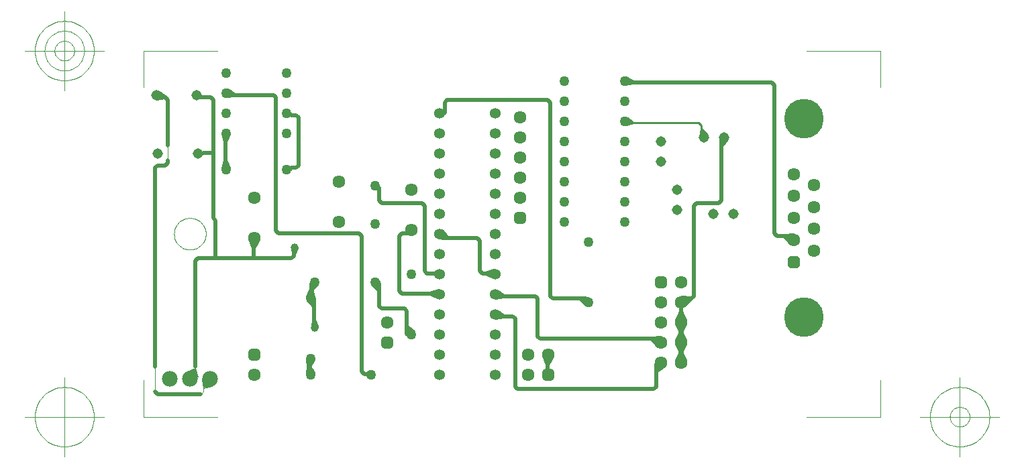
<source format=gbr>
G04 Generated by Ultiboard *
%FSLAX25Y25*%
%MOIN*%

%ADD27C,0.00984*%
%ADD28C,0.01969*%
%ADD10C,0.00004*%
%ADD12C,0.00394*%
%ADD13C,0.03937*%
%ADD18C,0.05166*%
%ADD14C,0.06334*%
%ADD15R,0.02083X0.02083*%
%ADD16C,0.03917*%
%ADD23C,0.07834*%
%ADD21C,0.05337*%
%ADD17C,0.05000*%
%ADD30R,0.02667X0.02667*%
%ADD29C,0.03333*%
%ADD31C,0.19666*%


%LNCopper Bottom*%
%LPD*%
%FSLAX25Y25*%
%MOIN*%
G54D27*
X508750Y371250D02*
X473750Y371250D01*
X473750Y371250D02*
X473000Y372000D01*
X473000Y372000D02*
X472000Y372000D01*
X476437Y371250D02*
X472584Y370079D01*
X472584Y370079D02*
X473183Y373622D01*
X473183Y373622D02*
X476437Y371250D01*
G36*
X476437Y371250D02*
X472584Y370079D01*
X473183Y373622D01*
X476437Y371250D01*
G37*
X476437Y371250D02*
X472584Y370079D01*
X472584Y370079D02*
X473183Y373622D01*
X473183Y373622D02*
X476437Y371250D01*
X511408Y363921D02*
X510330Y365000D01*
X510330Y365000D02*
X510000Y365000D01*
X510000Y365000D02*
X510000Y370000D01*
X510000Y370000D02*
X508750Y371250D01*
X510000Y368283D02*
X512886Y365401D01*
X512886Y365401D02*
X509345Y364257D01*
X509345Y364257D02*
X510000Y368283D01*
G36*
X510000Y368283D02*
X512886Y365401D01*
X509345Y364257D01*
X510000Y368283D01*
G37*
X510000Y368283D02*
X512886Y365401D01*
X512886Y365401D02*
X509345Y364257D01*
X509345Y364257D02*
X510000Y368283D01*
G54D28*
X545000Y391250D02*
X473750Y391250D01*
X501750Y283750D02*
X505000Y283750D01*
X505000Y283750D02*
X506250Y285000D01*
X500000Y266833D02*
X498022Y271078D01*
X498022Y271078D02*
X501978Y271078D01*
X501978Y271078D02*
X500000Y266833D01*
G36*
X500000Y266833D02*
X498022Y271078D01*
X501978Y271078D01*
X500000Y266833D01*
G37*
X500000Y266833D02*
X498022Y271078D01*
X498022Y271078D02*
X501978Y271078D01*
X501978Y271078D02*
X500000Y266833D01*
X500000Y277167D02*
X501978Y272922D01*
X501978Y272922D02*
X498022Y272922D01*
X498022Y272922D02*
X500000Y277167D01*
G36*
X500000Y277167D02*
X501978Y272922D01*
X498022Y272922D01*
X500000Y277167D01*
G37*
X500000Y277167D02*
X501978Y272922D01*
X501978Y272922D02*
X498022Y272922D01*
X498022Y272922D02*
X500000Y277167D01*
X500000Y267167D02*
X501978Y262922D01*
X501978Y262922D02*
X498022Y262922D01*
X498022Y262922D02*
X500000Y267167D01*
G36*
X500000Y267167D02*
X501978Y262922D01*
X498022Y262922D01*
X500000Y267167D01*
G37*
X500000Y267167D02*
X501978Y262922D01*
X501978Y262922D02*
X498022Y262922D01*
X498022Y262922D02*
X500000Y267167D01*
X500000Y256833D02*
X498022Y261078D01*
X498022Y261078D02*
X501978Y261078D01*
X501978Y261078D02*
X500000Y256833D01*
G36*
X500000Y256833D02*
X498022Y261078D01*
X501978Y261078D01*
X500000Y256833D01*
G37*
X500000Y256833D02*
X498022Y261078D01*
X498022Y261078D02*
X501978Y261078D01*
X501978Y261078D02*
X500000Y256833D01*
X504862Y283750D02*
X501538Y280451D01*
X501538Y280451D02*
X500198Y284174D01*
X500198Y284174D02*
X504862Y283750D01*
G36*
X504862Y283750D02*
X501538Y280451D01*
X500198Y284174D01*
X504862Y283750D01*
G37*
X504862Y283750D02*
X501538Y280451D01*
X501538Y280451D02*
X500198Y284174D01*
X500198Y284174D02*
X504862Y283750D01*
X500000Y257167D02*
X501978Y252922D01*
X501978Y252922D02*
X498022Y252922D01*
X498022Y252922D02*
X500000Y257167D01*
G36*
X500000Y257167D02*
X501978Y252922D01*
X498022Y252922D01*
X500000Y257167D01*
G37*
X500000Y257167D02*
X501978Y252922D01*
X501978Y252922D02*
X498022Y252922D01*
X498022Y252922D02*
X500000Y257167D01*
X240000Y236250D02*
X261250Y236250D01*
X238750Y348750D02*
X238750Y250000D01*
X238750Y237500D02*
X240000Y236250D01*
X245000Y382500D02*
X245000Y360000D01*
X245000Y352500D02*
X245000Y351250D01*
X245000Y351250D02*
X243750Y350000D01*
X243750Y350000D02*
X240000Y350000D01*
X240000Y350000D02*
X238750Y348750D01*
X239310Y384980D02*
X240540Y383750D01*
X240540Y383750D02*
X243750Y383750D01*
X243750Y383750D02*
X245000Y382500D01*
X243725Y383750D02*
X239445Y383387D01*
X239445Y383387D02*
X240249Y386274D01*
X240249Y386274D02*
X243725Y383750D01*
G36*
X243725Y383750D02*
X239445Y383387D01*
X240249Y386274D01*
X243725Y383750D01*
G37*
X243725Y383750D02*
X239445Y383387D01*
X239445Y383387D02*
X240249Y386274D01*
X240249Y386274D02*
X243725Y383750D01*
X258750Y302500D02*
X258750Y250000D01*
X433750Y246000D02*
X433750Y253750D01*
X433750Y253750D02*
X434000Y254000D01*
X500000Y252000D02*
X500000Y262000D01*
X341250Y247500D02*
X341250Y315000D01*
X315000Y250387D02*
X317278Y246815D01*
X317278Y246815D02*
X314495Y246181D01*
X314495Y246181D02*
X315000Y250387D01*
G36*
X315000Y250387D02*
X317278Y246815D01*
X314495Y246181D01*
X315000Y250387D01*
G37*
X315000Y250387D02*
X317278Y246815D01*
X317278Y246815D02*
X314495Y246181D01*
X314495Y246181D02*
X315000Y250387D01*
X315000Y249613D02*
X314495Y253819D01*
X314495Y253819D02*
X317278Y253185D01*
X317278Y253185D02*
X315000Y249613D01*
G36*
X315000Y249613D02*
X314495Y253819D01*
X317278Y253185D01*
X315000Y249613D01*
G37*
X315000Y249613D02*
X314495Y253819D01*
X314495Y253819D02*
X317278Y253185D01*
X317278Y253185D02*
X315000Y249613D01*
X433750Y250839D02*
X431979Y255175D01*
X431979Y255175D02*
X435931Y254983D01*
X435931Y254983D02*
X433750Y250839D01*
G36*
X433750Y250839D02*
X431979Y255175D01*
X435931Y254983D01*
X433750Y250839D01*
G37*
X433750Y250839D02*
X431979Y255175D01*
X431979Y255175D02*
X435931Y254983D01*
X435931Y254983D02*
X433750Y250839D01*
X487500Y251250D02*
X487500Y240000D01*
X490000Y252000D02*
X488250Y252000D01*
X488250Y252000D02*
X487500Y251250D01*
X487500Y247478D02*
X487822Y252150D01*
X487822Y252150D02*
X491285Y250236D01*
X491285Y250236D02*
X487500Y247478D01*
G36*
X487500Y247478D02*
X487822Y252150D01*
X491285Y250236D01*
X487500Y247478D01*
G37*
X487500Y247478D02*
X487822Y252150D01*
X487822Y252150D02*
X491285Y250236D01*
X491285Y250236D02*
X487500Y247478D01*
X417500Y240000D02*
X417500Y273750D01*
X316000Y254000D02*
X315000Y253000D01*
X315000Y253000D02*
X315000Y247000D01*
X315000Y247000D02*
X316000Y246000D01*
X346000Y246000D02*
X344000Y246000D01*
X344000Y246000D02*
X343750Y246250D01*
X343750Y246250D02*
X342500Y246250D01*
X342500Y246250D02*
X341250Y247500D01*
X486250Y238750D02*
X418750Y238750D01*
X418750Y238750D02*
X417500Y240000D01*
X434000Y246000D02*
X433750Y246000D01*
X487500Y240000D02*
X486250Y238750D01*
X384091Y313750D02*
X379775Y314331D01*
X379775Y314331D02*
X381289Y317084D01*
X381289Y317084D02*
X384091Y313750D01*
G36*
X384091Y313750D02*
X379775Y314331D01*
X381289Y317084D01*
X384091Y313750D01*
G37*
X384091Y313750D02*
X379775Y314331D01*
X379775Y314331D02*
X381289Y317084D01*
X381289Y317084D02*
X384091Y313750D01*
X382250Y376000D02*
X380000Y376000D01*
X361250Y286250D02*
X377500Y286250D01*
X377500Y286250D02*
X377750Y286000D01*
X377750Y286000D02*
X380000Y286000D01*
X375338Y286250D02*
X379477Y287601D01*
X379477Y287601D02*
X379309Y284464D01*
X379309Y284464D02*
X375338Y286250D01*
G36*
X375338Y286250D02*
X379477Y287601D01*
X379309Y284464D01*
X375338Y286250D01*
G37*
X375338Y286250D02*
X379477Y287601D01*
X379477Y287601D02*
X379309Y284464D01*
X379309Y284464D02*
X375338Y286250D01*
X373750Y296250D02*
X377500Y296250D01*
X377500Y296250D02*
X377750Y296000D01*
X377750Y296000D02*
X380000Y296000D01*
X306250Y375000D02*
X305250Y376000D01*
X305250Y376000D02*
X304000Y376000D01*
X267500Y323750D02*
X267500Y382500D01*
X298750Y317500D02*
X298750Y383750D01*
X340000Y316250D02*
X300000Y316250D01*
X316250Y287854D02*
X316487Y292085D01*
X316487Y292085D02*
X319116Y290975D01*
X319116Y290975D02*
X316250Y287854D01*
G36*
X316250Y287854D02*
X316487Y292085D01*
X319116Y290975D01*
X316250Y287854D01*
G37*
X316250Y287854D02*
X316487Y292085D01*
X316487Y292085D02*
X319116Y290975D01*
X319116Y290975D02*
X316250Y287854D01*
X317500Y279757D02*
X314825Y283043D01*
X314825Y283043D02*
X317516Y284006D01*
X317516Y284006D02*
X317500Y279757D01*
G36*
X317500Y279757D02*
X314825Y283043D01*
X317516Y284006D01*
X317500Y279757D01*
G37*
X317500Y279757D02*
X314825Y283043D01*
X314825Y283043D02*
X317516Y284006D01*
X317516Y284006D02*
X317500Y279757D01*
X316250Y288493D02*
X317453Y284430D01*
X317453Y284430D02*
X314603Y284589D01*
X314603Y284589D02*
X316250Y288493D01*
G36*
X316250Y288493D02*
X317453Y284430D01*
X314603Y284589D01*
X316250Y288493D01*
G37*
X316250Y288493D02*
X317453Y284430D01*
X317453Y284430D02*
X314603Y284589D01*
X314603Y284589D02*
X316250Y288493D01*
X317500Y273294D02*
X319028Y269766D01*
X319028Y269766D02*
X317145Y269466D01*
X317145Y269466D02*
X317500Y273294D01*
G36*
X317500Y273294D02*
X319028Y269766D01*
X317145Y269466D01*
X317500Y273294D01*
G37*
X317500Y273294D02*
X319028Y269766D01*
X319028Y269766D02*
X317145Y269466D01*
X317145Y269466D02*
X317500Y273294D01*
X318125Y269375D02*
X317500Y271250D01*
X317500Y271250D02*
X317500Y282500D01*
X317500Y282500D02*
X316000Y284000D01*
X316000Y286000D02*
X316000Y284000D01*
X316250Y291250D02*
X316250Y286250D01*
X316250Y286250D02*
X316000Y286000D01*
X318000Y292000D02*
X317000Y292000D01*
X317000Y292000D02*
X316250Y291250D01*
X268750Y303750D02*
X268750Y322500D01*
X288000Y311750D02*
X288000Y314000D01*
X300000Y316250D02*
X298750Y317500D01*
X287500Y308857D02*
X285942Y313274D01*
X285942Y313274D02*
X289880Y312891D01*
X289880Y312891D02*
X287500Y308857D01*
G36*
X287500Y308857D02*
X285942Y313274D01*
X289880Y312891D01*
X287500Y308857D01*
G37*
X287500Y308857D02*
X285942Y313274D01*
X285942Y313274D02*
X289880Y312891D01*
X289880Y312891D02*
X287500Y308857D01*
X306250Y303750D02*
X260000Y303750D01*
X260000Y303750D02*
X258750Y302500D01*
X287500Y303750D02*
X287500Y311250D01*
X287500Y311250D02*
X288000Y311750D01*
X308125Y309375D02*
X307500Y307500D01*
X307500Y307500D02*
X307500Y305000D01*
X307500Y305000D02*
X306250Y303750D01*
X307500Y305456D02*
X307145Y309284D01*
X307145Y309284D02*
X309028Y308984D01*
X309028Y308984D02*
X307500Y305456D01*
G36*
X307500Y305456D02*
X307145Y309284D01*
X309028Y308984D01*
X307500Y305456D01*
G37*
X307500Y305456D02*
X307145Y309284D01*
X307145Y309284D02*
X309028Y308984D01*
X309028Y308984D02*
X307500Y305456D01*
X273750Y352493D02*
X275397Y348589D01*
X275397Y348589D02*
X272547Y348430D01*
X272547Y348430D02*
X273750Y352493D01*
G36*
X273750Y352493D02*
X275397Y348589D01*
X272547Y348430D01*
X273750Y352493D01*
G37*
X273750Y352493D02*
X275397Y348589D01*
X275397Y348589D02*
X272547Y348430D01*
X272547Y348430D02*
X273750Y352493D01*
X274000Y349750D02*
X274000Y348000D01*
X268750Y322500D02*
X267500Y323750D01*
X267500Y356250D02*
X262500Y356250D01*
X262500Y356250D02*
X262250Y356000D01*
X262250Y356000D02*
X260000Y356000D01*
X273750Y361507D02*
X272547Y365570D01*
X272547Y365570D02*
X275397Y365411D01*
X275397Y365411D02*
X273750Y361507D01*
G36*
X273750Y361507D02*
X272547Y365570D01*
X275397Y365411D01*
X273750Y361507D01*
G37*
X273750Y361507D02*
X272547Y365570D01*
X272547Y365570D02*
X275397Y365411D01*
X275397Y365411D02*
X273750Y361507D01*
X273750Y363750D02*
X273750Y350000D01*
X274000Y366000D02*
X274000Y364000D01*
X274000Y364000D02*
X273750Y363750D01*
X273750Y350000D02*
X274000Y349750D01*
X304000Y348000D02*
X305500Y348000D01*
X305500Y348000D02*
X306250Y348750D01*
X310000Y350000D02*
X310000Y373750D01*
X306250Y348750D02*
X308750Y348750D01*
X308750Y348750D02*
X310000Y350000D01*
X310000Y373750D02*
X308750Y375000D01*
X308750Y375000D02*
X306250Y375000D01*
X341250Y315000D02*
X340000Y316250D01*
X364250Y316250D02*
X361250Y316250D01*
X366000Y318000D02*
X364250Y316250D01*
X360000Y315000D02*
X360000Y287500D01*
X361250Y316250D02*
X360000Y315000D01*
X372500Y330000D02*
X372500Y297500D01*
X349250Y292000D02*
X348000Y292000D01*
X350000Y287969D02*
X346948Y290908D01*
X346948Y290908D02*
X349505Y292177D01*
X349505Y292177D02*
X350000Y287969D01*
G36*
X350000Y287969D02*
X346948Y290908D01*
X349505Y292177D01*
X350000Y287969D01*
G37*
X350000Y287969D02*
X346948Y290908D01*
X346948Y290908D02*
X349505Y292177D01*
X349505Y292177D02*
X350000Y287969D01*
X350000Y280000D02*
X350000Y291250D01*
X360000Y287500D02*
X361250Y286250D01*
X366000Y266000D02*
X364000Y266000D01*
X364000Y266000D02*
X363750Y266250D01*
X363750Y266250D02*
X363750Y277500D01*
X363750Y277500D02*
X362500Y278750D01*
X362500Y278750D02*
X351250Y278750D01*
X363750Y269897D02*
X366981Y267156D01*
X366981Y267156D02*
X364509Y265729D01*
X364509Y265729D02*
X363750Y269897D01*
G36*
X363750Y269897D02*
X366981Y267156D01*
X364509Y265729D01*
X363750Y269897D01*
G37*
X363750Y269897D02*
X366981Y267156D01*
X366981Y267156D02*
X364509Y265729D01*
X364509Y265729D02*
X363750Y269897D01*
X351250Y278750D02*
X350000Y280000D01*
X350000Y291250D02*
X349250Y292000D01*
X372500Y297500D02*
X373750Y296250D01*
X348000Y340000D02*
X349250Y338750D01*
X349250Y338750D02*
X350000Y338750D01*
X351250Y331250D02*
X371250Y331250D01*
X350000Y338750D02*
X350000Y332500D01*
X350000Y332500D02*
X351250Y331250D01*
X371250Y331250D02*
X372500Y330000D01*
X297500Y385000D02*
X276250Y385000D01*
X267500Y382500D02*
X266250Y383750D01*
X266250Y383750D02*
X260540Y383750D01*
X260540Y383750D02*
X259310Y384980D01*
X276250Y385000D02*
X275250Y386000D01*
X275250Y386000D02*
X274000Y386000D01*
X278387Y385000D02*
X274181Y384495D01*
X274181Y384495D02*
X274815Y387278D01*
X274815Y387278D02*
X278387Y385000D01*
G36*
X278387Y385000D02*
X274181Y384495D01*
X274815Y387278D01*
X278387Y385000D01*
G37*
X278387Y385000D02*
X274181Y384495D01*
X274181Y384495D02*
X274815Y387278D01*
X274815Y387278D02*
X278387Y385000D01*
X298750Y383750D02*
X297500Y385000D01*
X435000Y285000D02*
X435000Y381250D01*
X382500Y381250D02*
X382500Y376250D01*
X382500Y376250D02*
X382250Y376000D01*
X452500Y283750D02*
X436250Y283750D01*
X488250Y263750D02*
X430000Y263750D01*
X400000Y312500D02*
X398750Y313750D01*
X398750Y313750D02*
X381250Y313750D01*
X381250Y313750D02*
X381250Y314750D01*
X381250Y314750D02*
X380000Y316000D01*
X407559Y296000D02*
X405250Y296000D01*
X416250Y275000D02*
X410000Y275000D01*
X410000Y275000D02*
X409000Y276000D01*
X409000Y276000D02*
X407559Y276000D01*
X412119Y275000D02*
X407816Y274335D01*
X407816Y274335D02*
X408489Y277404D01*
X408489Y277404D02*
X412119Y275000D01*
G36*
X412119Y275000D02*
X407816Y274335D01*
X408489Y277404D01*
X412119Y275000D01*
G37*
X412119Y275000D02*
X407816Y274335D01*
X407816Y274335D02*
X408489Y277404D01*
X408489Y277404D02*
X412119Y275000D01*
X427500Y285000D02*
X410000Y285000D01*
X410000Y285000D02*
X409000Y286000D01*
X409000Y286000D02*
X407559Y286000D01*
X412119Y285000D02*
X407816Y284335D01*
X407816Y284335D02*
X408489Y287404D01*
X408489Y287404D02*
X412119Y285000D01*
G36*
X412119Y285000D02*
X407816Y284335D01*
X408489Y287404D01*
X412119Y285000D01*
G37*
X412119Y285000D02*
X407816Y284335D01*
X407816Y284335D02*
X408489Y287404D01*
X408489Y287404D02*
X412119Y285000D01*
X401250Y296250D02*
X400000Y297500D01*
X400000Y297500D02*
X400000Y312500D01*
X402897Y296250D02*
X407036Y297601D01*
X407036Y297601D02*
X406868Y294464D01*
X406868Y294464D02*
X402897Y296250D01*
G36*
X402897Y296250D02*
X407036Y297601D01*
X406868Y294464D01*
X402897Y296250D01*
G37*
X402897Y296250D02*
X407036Y297601D01*
X407036Y297601D02*
X406868Y294464D01*
X406868Y294464D02*
X402897Y296250D01*
X405250Y296000D02*
X405000Y296250D01*
X405000Y296250D02*
X401250Y296250D01*
X436250Y283750D02*
X435000Y285000D01*
X428750Y265000D02*
X428750Y283750D01*
X428750Y283750D02*
X427500Y285000D01*
X417500Y273750D02*
X416250Y275000D01*
X430000Y263750D02*
X428750Y265000D01*
X434000Y254000D02*
X434000Y256000D01*
X454000Y282000D02*
X452500Y283500D01*
X452500Y283500D02*
X452500Y283750D01*
X449854Y283750D02*
X454085Y283513D01*
X454085Y283513D02*
X452975Y280884D01*
X452975Y280884D02*
X449854Y283750D01*
G36*
X449854Y283750D02*
X454085Y283513D01*
X452975Y280884D01*
X449854Y283750D01*
G37*
X449854Y283750D02*
X454085Y283513D01*
X454085Y283513D02*
X452975Y280884D01*
X452975Y280884D02*
X449854Y283750D01*
X500000Y272000D02*
X500000Y282000D01*
X500000Y282000D02*
X501750Y283750D01*
X490000Y262000D02*
X488250Y263750D01*
X485138Y263750D02*
X489802Y264174D01*
X489802Y264174D02*
X488462Y260451D01*
X488462Y260451D02*
X485138Y263750D01*
G36*
X485138Y263750D02*
X489802Y264174D01*
X488462Y260451D01*
X485138Y263750D01*
G37*
X485138Y263750D02*
X489802Y264174D01*
X489802Y264174D02*
X488462Y260451D01*
X488462Y260451D02*
X485138Y263750D01*
X500000Y262000D02*
X500000Y272000D01*
X433750Y382500D02*
X383750Y382500D01*
X383750Y382500D02*
X382500Y381250D01*
X435000Y381250D02*
X433750Y382500D01*
X473750Y391250D02*
X473000Y392000D01*
X473000Y392000D02*
X472000Y392000D01*
X476437Y391250D02*
X472266Y390508D01*
X472266Y390508D02*
X472741Y393322D01*
X472741Y393322D02*
X476437Y391250D01*
G36*
X476437Y391250D02*
X472266Y390508D01*
X472741Y393322D01*
X476437Y391250D01*
G37*
X476437Y391250D02*
X472266Y390508D01*
X472266Y390508D02*
X472741Y393322D01*
X472741Y393322D02*
X476437Y391250D01*
X546250Y316250D02*
X546250Y390000D01*
X556000Y312917D02*
X553917Y315000D01*
X553917Y315000D02*
X547500Y315000D01*
X547500Y315000D02*
X546250Y316250D01*
X506250Y285000D02*
X506250Y330000D01*
X551272Y315000D02*
X555954Y315099D01*
X555954Y315099D02*
X554358Y311478D01*
X554358Y311478D02*
X551272Y315000D01*
G36*
X551272Y315000D02*
X555954Y315099D01*
X554358Y311478D01*
X551272Y315000D01*
G37*
X551272Y315000D02*
X555954Y315099D01*
X555954Y315099D02*
X554358Y311478D01*
X554358Y311478D02*
X551272Y315000D01*
X520000Y332500D02*
X520000Y362513D01*
X507500Y331250D02*
X518750Y331250D01*
X518750Y331250D02*
X520000Y332500D01*
X506250Y330000D02*
X507500Y331250D01*
X520000Y362513D02*
X521408Y363921D01*
X520000Y359560D02*
X519811Y363851D01*
X519811Y363851D02*
X522663Y362930D01*
X522663Y362930D02*
X520000Y359560D01*
G36*
X520000Y359560D02*
X519811Y363851D01*
X522663Y362930D01*
X520000Y359560D01*
G37*
X520000Y359560D02*
X519811Y363851D01*
X519811Y363851D02*
X522663Y362930D01*
X522663Y362930D02*
X520000Y359560D01*
X546250Y390000D02*
X545000Y391250D01*
G54D10*
X263874Y316000D02*
X263836Y316772D01*
X263836Y316772D02*
X263723Y317536D01*
X263723Y317536D02*
X263535Y318286D01*
X263535Y318286D02*
X263275Y319013D01*
X263275Y319013D02*
X262944Y319712D01*
X262944Y319712D02*
X262547Y320375D01*
X262547Y320375D02*
X262087Y320995D01*
X262087Y320995D02*
X261568Y321568D01*
X261568Y321568D02*
X260995Y322087D01*
X260995Y322087D02*
X260375Y322547D01*
X260375Y322547D02*
X259712Y322944D01*
X259712Y322944D02*
X259013Y323275D01*
X259013Y323275D02*
X258286Y323535D01*
X258286Y323535D02*
X257536Y323723D01*
X257536Y323723D02*
X256772Y323836D01*
X256772Y323836D02*
X256000Y323874D01*
X256000Y323874D02*
X255228Y323836D01*
X255228Y323836D02*
X254464Y323723D01*
X254464Y323723D02*
X253714Y323535D01*
X253714Y323535D02*
X252987Y323275D01*
X252987Y323275D02*
X252288Y322944D01*
X252288Y322944D02*
X251625Y322547D01*
X251625Y322547D02*
X251005Y322087D01*
X251005Y322087D02*
X250432Y321568D01*
X250432Y321568D02*
X249913Y320995D01*
X249913Y320995D02*
X249453Y320375D01*
X249453Y320375D02*
X249056Y319712D01*
X249056Y319712D02*
X248725Y319013D01*
X248725Y319013D02*
X248465Y318286D01*
X248465Y318286D02*
X248277Y317536D01*
X248277Y317536D02*
X248164Y316772D01*
X248164Y316772D02*
X248126Y316000D01*
X248126Y316000D02*
X248164Y315228D01*
X248164Y315228D02*
X248277Y314464D01*
X248277Y314464D02*
X248465Y313714D01*
X248465Y313714D02*
X248725Y312987D01*
X248725Y312987D02*
X249056Y312288D01*
X249056Y312288D02*
X249453Y311625D01*
X249453Y311625D02*
X249913Y311005D01*
X249913Y311005D02*
X250432Y310432D01*
X250432Y310432D02*
X251005Y309913D01*
X251005Y309913D02*
X251625Y309453D01*
X251625Y309453D02*
X252288Y309056D01*
X252288Y309056D02*
X252987Y308725D01*
X252987Y308725D02*
X253714Y308465D01*
X253714Y308465D02*
X254464Y308277D01*
X254464Y308277D02*
X255228Y308164D01*
X255228Y308164D02*
X256000Y308126D01*
X256000Y308126D02*
X256772Y308164D01*
X256772Y308164D02*
X257536Y308277D01*
X257536Y308277D02*
X258286Y308465D01*
X258286Y308465D02*
X259013Y308725D01*
X259013Y308725D02*
X259712Y309056D01*
X259712Y309056D02*
X260375Y309453D01*
X260375Y309453D02*
X260995Y309913D01*
X260995Y309913D02*
X261568Y310432D01*
X261568Y310432D02*
X262087Y311005D01*
X262087Y311005D02*
X262547Y311625D01*
X262547Y311625D02*
X262944Y312288D01*
X262944Y312288D02*
X263275Y312987D01*
X263275Y312987D02*
X263535Y313714D01*
X263535Y313714D02*
X263723Y314464D01*
X263723Y314464D02*
X263836Y315228D01*
X263836Y315228D02*
X263874Y316000D01*
X238750Y250000D02*
X238750Y237500D01*
X245000Y360000D02*
X245000Y352500D01*
X262500Y239229D02*
X262101Y243648D01*
X262101Y243648D02*
X266835Y240175D01*
X266835Y240175D02*
X262500Y239229D01*
G36*
X262500Y239229D02*
X262101Y243648D01*
X266835Y240175D01*
X262500Y239229D01*
G37*
X262500Y239229D02*
X262101Y243648D01*
X262101Y243648D02*
X266835Y240175D01*
X266835Y240175D02*
X262500Y239229D01*
X261250Y236250D02*
X262500Y237500D01*
X258750Y250000D02*
X258750Y246250D01*
X258750Y246250D02*
X258250Y246250D01*
X258250Y246250D02*
X256000Y244000D01*
X262500Y237500D02*
X262500Y242500D01*
X262500Y242500D02*
X264000Y244000D01*
X264000Y244000D02*
X266000Y244000D01*
X258750Y249239D02*
X259803Y244929D01*
X259803Y244929D02*
X254605Y247658D01*
X254605Y247658D02*
X258750Y249239D01*
G36*
X258750Y249239D02*
X259803Y244929D01*
X254605Y247658D01*
X258750Y249239D01*
G37*
X258750Y249239D02*
X259803Y244929D01*
X259803Y244929D02*
X254605Y247658D01*
X254605Y247658D02*
X258750Y249239D01*
G54D12*
X233000Y225000D02*
X233000Y243200D01*
X233000Y225000D02*
X269600Y225000D01*
X599000Y225000D02*
X562400Y225000D01*
X599000Y225000D02*
X599000Y243200D01*
X599000Y407000D02*
X599000Y388800D01*
X599000Y407000D02*
X562400Y407000D01*
X233000Y407000D02*
X269600Y407000D01*
X233000Y407000D02*
X233000Y388800D01*
X213315Y225000D02*
X173945Y225000D01*
X193630Y205315D02*
X193630Y244685D01*
X208394Y225000D02*
X208323Y226447D01*
X208323Y226447D02*
X208110Y227880D01*
X208110Y227880D02*
X207758Y229286D01*
X207758Y229286D02*
X207270Y230650D01*
X207270Y230650D02*
X206650Y231960D01*
X206650Y231960D02*
X205906Y233202D01*
X205906Y233202D02*
X205042Y234366D01*
X205042Y234366D02*
X204069Y235440D01*
X204069Y235440D02*
X202996Y236413D01*
X202996Y236413D02*
X201832Y237276D01*
X201832Y237276D02*
X200590Y238020D01*
X200590Y238020D02*
X199280Y238640D01*
X199280Y238640D02*
X197916Y239128D01*
X197916Y239128D02*
X196510Y239480D01*
X196510Y239480D02*
X195077Y239693D01*
X195077Y239693D02*
X193630Y239764D01*
X193630Y239764D02*
X192183Y239693D01*
X192183Y239693D02*
X190750Y239480D01*
X190750Y239480D02*
X189344Y239128D01*
X189344Y239128D02*
X187980Y238640D01*
X187980Y238640D02*
X186670Y238020D01*
X186670Y238020D02*
X185428Y237276D01*
X185428Y237276D02*
X184264Y236413D01*
X184264Y236413D02*
X183190Y235440D01*
X183190Y235440D02*
X182217Y234366D01*
X182217Y234366D02*
X181354Y233202D01*
X181354Y233202D02*
X180609Y231960D01*
X180609Y231960D02*
X179990Y230650D01*
X179990Y230650D02*
X179502Y229286D01*
X179502Y229286D02*
X179150Y227880D01*
X179150Y227880D02*
X178937Y226447D01*
X178937Y226447D02*
X178866Y225000D01*
X178866Y225000D02*
X178937Y223553D01*
X178937Y223553D02*
X179150Y222120D01*
X179150Y222120D02*
X179502Y220714D01*
X179502Y220714D02*
X179990Y219350D01*
X179990Y219350D02*
X180609Y218040D01*
X180609Y218040D02*
X181354Y216798D01*
X181354Y216798D02*
X182217Y215634D01*
X182217Y215634D02*
X183190Y214560D01*
X183190Y214560D02*
X184264Y213587D01*
X184264Y213587D02*
X185428Y212724D01*
X185428Y212724D02*
X186670Y211980D01*
X186670Y211980D02*
X187980Y211360D01*
X187980Y211360D02*
X189344Y210872D01*
X189344Y210872D02*
X190750Y210520D01*
X190750Y210520D02*
X192183Y210307D01*
X192183Y210307D02*
X193630Y210236D01*
X193630Y210236D02*
X195077Y210307D01*
X195077Y210307D02*
X196510Y210520D01*
X196510Y210520D02*
X197916Y210872D01*
X197916Y210872D02*
X199280Y211360D01*
X199280Y211360D02*
X200590Y211980D01*
X200590Y211980D02*
X201832Y212724D01*
X201832Y212724D02*
X202996Y213587D01*
X202996Y213587D02*
X204069Y214560D01*
X204069Y214560D02*
X205042Y215634D01*
X205042Y215634D02*
X205906Y216798D01*
X205906Y216798D02*
X206650Y218040D01*
X206650Y218040D02*
X207270Y219350D01*
X207270Y219350D02*
X207758Y220714D01*
X207758Y220714D02*
X208110Y222120D01*
X208110Y222120D02*
X208323Y223553D01*
X208323Y223553D02*
X208394Y225000D01*
X618685Y225000D02*
X658055Y225000D01*
X638370Y205315D02*
X638370Y244685D01*
X653134Y225000D02*
X653063Y226447D01*
X653063Y226447D02*
X652850Y227880D01*
X652850Y227880D02*
X652498Y229286D01*
X652498Y229286D02*
X652010Y230650D01*
X652010Y230650D02*
X651391Y231960D01*
X651391Y231960D02*
X650646Y233202D01*
X650646Y233202D02*
X649783Y234366D01*
X649783Y234366D02*
X648810Y235440D01*
X648810Y235440D02*
X647736Y236413D01*
X647736Y236413D02*
X646572Y237276D01*
X646572Y237276D02*
X645330Y238020D01*
X645330Y238020D02*
X644020Y238640D01*
X644020Y238640D02*
X642656Y239128D01*
X642656Y239128D02*
X641250Y239480D01*
X641250Y239480D02*
X639817Y239693D01*
X639817Y239693D02*
X638370Y239764D01*
X638370Y239764D02*
X636923Y239693D01*
X636923Y239693D02*
X635490Y239480D01*
X635490Y239480D02*
X634084Y239128D01*
X634084Y239128D02*
X632720Y238640D01*
X632720Y238640D02*
X631410Y238020D01*
X631410Y238020D02*
X630168Y237276D01*
X630168Y237276D02*
X629004Y236413D01*
X629004Y236413D02*
X627931Y235440D01*
X627931Y235440D02*
X626958Y234366D01*
X626958Y234366D02*
X626094Y233202D01*
X626094Y233202D02*
X625350Y231960D01*
X625350Y231960D02*
X624730Y230650D01*
X624730Y230650D02*
X624242Y229286D01*
X624242Y229286D02*
X623890Y227880D01*
X623890Y227880D02*
X623677Y226447D01*
X623677Y226447D02*
X623606Y225000D01*
X623606Y225000D02*
X623677Y223553D01*
X623677Y223553D02*
X623890Y222120D01*
X623890Y222120D02*
X624242Y220714D01*
X624242Y220714D02*
X624730Y219350D01*
X624730Y219350D02*
X625350Y218040D01*
X625350Y218040D02*
X626094Y216798D01*
X626094Y216798D02*
X626958Y215634D01*
X626958Y215634D02*
X627931Y214560D01*
X627931Y214560D02*
X629004Y213587D01*
X629004Y213587D02*
X630168Y212724D01*
X630168Y212724D02*
X631410Y211980D01*
X631410Y211980D02*
X632720Y211360D01*
X632720Y211360D02*
X634084Y210872D01*
X634084Y210872D02*
X635490Y210520D01*
X635490Y210520D02*
X636923Y210307D01*
X636923Y210307D02*
X638370Y210236D01*
X638370Y210236D02*
X639817Y210307D01*
X639817Y210307D02*
X641250Y210520D01*
X641250Y210520D02*
X642656Y210872D01*
X642656Y210872D02*
X644020Y211360D01*
X644020Y211360D02*
X645330Y211980D01*
X645330Y211980D02*
X646572Y212724D01*
X646572Y212724D02*
X647736Y213587D01*
X647736Y213587D02*
X648810Y214560D01*
X648810Y214560D02*
X649783Y215634D01*
X649783Y215634D02*
X650646Y216798D01*
X650646Y216798D02*
X651391Y218040D01*
X651391Y218040D02*
X652010Y219350D01*
X652010Y219350D02*
X652498Y220714D01*
X652498Y220714D02*
X652850Y222120D01*
X652850Y222120D02*
X653063Y223553D01*
X653063Y223553D02*
X653134Y225000D01*
X643291Y225000D02*
X643268Y225482D01*
X643268Y225482D02*
X643197Y225960D01*
X643197Y225960D02*
X643079Y226429D01*
X643079Y226429D02*
X642917Y226883D01*
X642917Y226883D02*
X642710Y227320D01*
X642710Y227320D02*
X642462Y227734D01*
X642462Y227734D02*
X642174Y228122D01*
X642174Y228122D02*
X641850Y228480D01*
X641850Y228480D02*
X641492Y228804D01*
X641492Y228804D02*
X641104Y229092D01*
X641104Y229092D02*
X640690Y229340D01*
X640690Y229340D02*
X640253Y229547D01*
X640253Y229547D02*
X639799Y229709D01*
X639799Y229709D02*
X639330Y229827D01*
X639330Y229827D02*
X638852Y229898D01*
X638852Y229898D02*
X638370Y229921D01*
X638370Y229921D02*
X637888Y229898D01*
X637888Y229898D02*
X637410Y229827D01*
X637410Y229827D02*
X636942Y229709D01*
X636942Y229709D02*
X636487Y229547D01*
X636487Y229547D02*
X636050Y229340D01*
X636050Y229340D02*
X635636Y229092D01*
X635636Y229092D02*
X635248Y228804D01*
X635248Y228804D02*
X634890Y228480D01*
X634890Y228480D02*
X634566Y228122D01*
X634566Y228122D02*
X634278Y227734D01*
X634278Y227734D02*
X634030Y227320D01*
X634030Y227320D02*
X633823Y226883D01*
X633823Y226883D02*
X633661Y226429D01*
X633661Y226429D02*
X633543Y225960D01*
X633543Y225960D02*
X633473Y225482D01*
X633473Y225482D02*
X633449Y225000D01*
X633449Y225000D02*
X633473Y224518D01*
X633473Y224518D02*
X633543Y224040D01*
X633543Y224040D02*
X633661Y223571D01*
X633661Y223571D02*
X633823Y223117D01*
X633823Y223117D02*
X634030Y222680D01*
X634030Y222680D02*
X634278Y222266D01*
X634278Y222266D02*
X634566Y221878D01*
X634566Y221878D02*
X634890Y221520D01*
X634890Y221520D02*
X635248Y221196D01*
X635248Y221196D02*
X635636Y220908D01*
X635636Y220908D02*
X636050Y220660D01*
X636050Y220660D02*
X636487Y220453D01*
X636487Y220453D02*
X636942Y220291D01*
X636942Y220291D02*
X637410Y220173D01*
X637410Y220173D02*
X637888Y220102D01*
X637888Y220102D02*
X638370Y220079D01*
X638370Y220079D02*
X638852Y220102D01*
X638852Y220102D02*
X639330Y220173D01*
X639330Y220173D02*
X639799Y220291D01*
X639799Y220291D02*
X640253Y220453D01*
X640253Y220453D02*
X640690Y220660D01*
X640690Y220660D02*
X641104Y220908D01*
X641104Y220908D02*
X641492Y221196D01*
X641492Y221196D02*
X641850Y221520D01*
X641850Y221520D02*
X642174Y221878D01*
X642174Y221878D02*
X642462Y222266D01*
X642462Y222266D02*
X642710Y222680D01*
X642710Y222680D02*
X642917Y223117D01*
X642917Y223117D02*
X643079Y223571D01*
X643079Y223571D02*
X643197Y224040D01*
X643197Y224040D02*
X643268Y224518D01*
X643268Y224518D02*
X643291Y225000D01*
X213315Y407000D02*
X173945Y407000D01*
X193630Y387315D02*
X193630Y426685D01*
X208394Y407000D02*
X208323Y408447D01*
X208323Y408447D02*
X208110Y409880D01*
X208110Y409880D02*
X207758Y411286D01*
X207758Y411286D02*
X207270Y412650D01*
X207270Y412650D02*
X206650Y413960D01*
X206650Y413960D02*
X205906Y415202D01*
X205906Y415202D02*
X205042Y416366D01*
X205042Y416366D02*
X204069Y417440D01*
X204069Y417440D02*
X202996Y418413D01*
X202996Y418413D02*
X201832Y419276D01*
X201832Y419276D02*
X200590Y420020D01*
X200590Y420020D02*
X199280Y420640D01*
X199280Y420640D02*
X197916Y421128D01*
X197916Y421128D02*
X196510Y421480D01*
X196510Y421480D02*
X195077Y421693D01*
X195077Y421693D02*
X193630Y421764D01*
X193630Y421764D02*
X192183Y421693D01*
X192183Y421693D02*
X190750Y421480D01*
X190750Y421480D02*
X189344Y421128D01*
X189344Y421128D02*
X187980Y420640D01*
X187980Y420640D02*
X186670Y420020D01*
X186670Y420020D02*
X185428Y419276D01*
X185428Y419276D02*
X184264Y418413D01*
X184264Y418413D02*
X183190Y417440D01*
X183190Y417440D02*
X182217Y416366D01*
X182217Y416366D02*
X181354Y415202D01*
X181354Y415202D02*
X180609Y413960D01*
X180609Y413960D02*
X179990Y412650D01*
X179990Y412650D02*
X179502Y411286D01*
X179502Y411286D02*
X179150Y409880D01*
X179150Y409880D02*
X178937Y408447D01*
X178937Y408447D02*
X178866Y407000D01*
X178866Y407000D02*
X178937Y405553D01*
X178937Y405553D02*
X179150Y404120D01*
X179150Y404120D02*
X179502Y402714D01*
X179502Y402714D02*
X179990Y401350D01*
X179990Y401350D02*
X180609Y400040D01*
X180609Y400040D02*
X181354Y398798D01*
X181354Y398798D02*
X182217Y397634D01*
X182217Y397634D02*
X183190Y396560D01*
X183190Y396560D02*
X184264Y395587D01*
X184264Y395587D02*
X185428Y394724D01*
X185428Y394724D02*
X186670Y393980D01*
X186670Y393980D02*
X187980Y393360D01*
X187980Y393360D02*
X189344Y392872D01*
X189344Y392872D02*
X190750Y392520D01*
X190750Y392520D02*
X192183Y392307D01*
X192183Y392307D02*
X193630Y392236D01*
X193630Y392236D02*
X195077Y392307D01*
X195077Y392307D02*
X196510Y392520D01*
X196510Y392520D02*
X197916Y392872D01*
X197916Y392872D02*
X199280Y393360D01*
X199280Y393360D02*
X200590Y393980D01*
X200590Y393980D02*
X201832Y394724D01*
X201832Y394724D02*
X202996Y395587D01*
X202996Y395587D02*
X204069Y396560D01*
X204069Y396560D02*
X205042Y397634D01*
X205042Y397634D02*
X205906Y398798D01*
X205906Y398798D02*
X206650Y400040D01*
X206650Y400040D02*
X207270Y401350D01*
X207270Y401350D02*
X207758Y402714D01*
X207758Y402714D02*
X208110Y404120D01*
X208110Y404120D02*
X208323Y405553D01*
X208323Y405553D02*
X208394Y407000D01*
X203472Y407000D02*
X203425Y407965D01*
X203425Y407965D02*
X203283Y408920D01*
X203283Y408920D02*
X203049Y409857D01*
X203049Y409857D02*
X202723Y410767D01*
X202723Y410767D02*
X202310Y411640D01*
X202310Y411640D02*
X201814Y412468D01*
X201814Y412468D02*
X201238Y413244D01*
X201238Y413244D02*
X200590Y413960D01*
X200590Y413960D02*
X199874Y414608D01*
X199874Y414608D02*
X199098Y415184D01*
X199098Y415184D02*
X198270Y415680D01*
X198270Y415680D02*
X197396Y416093D01*
X197396Y416093D02*
X196487Y416419D01*
X196487Y416419D02*
X195550Y416653D01*
X195550Y416653D02*
X194595Y416795D01*
X194595Y416795D02*
X193630Y416843D01*
X193630Y416843D02*
X192665Y416795D01*
X192665Y416795D02*
X191710Y416653D01*
X191710Y416653D02*
X190773Y416419D01*
X190773Y416419D02*
X189863Y416093D01*
X189863Y416093D02*
X188990Y415680D01*
X188990Y415680D02*
X188162Y415184D01*
X188162Y415184D02*
X187386Y414608D01*
X187386Y414608D02*
X186670Y413960D01*
X186670Y413960D02*
X186022Y413244D01*
X186022Y413244D02*
X185446Y412468D01*
X185446Y412468D02*
X184950Y411640D01*
X184950Y411640D02*
X184537Y410767D01*
X184537Y410767D02*
X184211Y409857D01*
X184211Y409857D02*
X183977Y408920D01*
X183977Y408920D02*
X183835Y407965D01*
X183835Y407965D02*
X183787Y407000D01*
X183787Y407000D02*
X183835Y406035D01*
X183835Y406035D02*
X183977Y405080D01*
X183977Y405080D02*
X184211Y404143D01*
X184211Y404143D02*
X184537Y403233D01*
X184537Y403233D02*
X184950Y402360D01*
X184950Y402360D02*
X185446Y401532D01*
X185446Y401532D02*
X186022Y400756D01*
X186022Y400756D02*
X186670Y400040D01*
X186670Y400040D02*
X187386Y399392D01*
X187386Y399392D02*
X188162Y398816D01*
X188162Y398816D02*
X188990Y398320D01*
X188990Y398320D02*
X189863Y397907D01*
X189863Y397907D02*
X190773Y397581D01*
X190773Y397581D02*
X191710Y397347D01*
X191710Y397347D02*
X192665Y397205D01*
X192665Y397205D02*
X193630Y397157D01*
X193630Y397157D02*
X194595Y397205D01*
X194595Y397205D02*
X195550Y397347D01*
X195550Y397347D02*
X196487Y397581D01*
X196487Y397581D02*
X197396Y397907D01*
X197396Y397907D02*
X198270Y398320D01*
X198270Y398320D02*
X199098Y398816D01*
X199098Y398816D02*
X199874Y399392D01*
X199874Y399392D02*
X200590Y400040D01*
X200590Y400040D02*
X201238Y400756D01*
X201238Y400756D02*
X201814Y401532D01*
X201814Y401532D02*
X202310Y402360D01*
X202310Y402360D02*
X202723Y403233D01*
X202723Y403233D02*
X203049Y404143D01*
X203049Y404143D02*
X203283Y405080D01*
X203283Y405080D02*
X203425Y406035D01*
X203425Y406035D02*
X203472Y407000D01*
X198551Y407000D02*
X198527Y407482D01*
X198527Y407482D02*
X198457Y407960D01*
X198457Y407960D02*
X198339Y408429D01*
X198339Y408429D02*
X198177Y408883D01*
X198177Y408883D02*
X197970Y409320D01*
X197970Y409320D02*
X197722Y409734D01*
X197722Y409734D02*
X197434Y410122D01*
X197434Y410122D02*
X197110Y410480D01*
X197110Y410480D02*
X196752Y410804D01*
X196752Y410804D02*
X196364Y411092D01*
X196364Y411092D02*
X195950Y411340D01*
X195950Y411340D02*
X195513Y411547D01*
X195513Y411547D02*
X195058Y411709D01*
X195058Y411709D02*
X194590Y411827D01*
X194590Y411827D02*
X194112Y411898D01*
X194112Y411898D02*
X193630Y411921D01*
X193630Y411921D02*
X193148Y411898D01*
X193148Y411898D02*
X192670Y411827D01*
X192670Y411827D02*
X192201Y411709D01*
X192201Y411709D02*
X191747Y411547D01*
X191747Y411547D02*
X191310Y411340D01*
X191310Y411340D02*
X190896Y411092D01*
X190896Y411092D02*
X190508Y410804D01*
X190508Y410804D02*
X190150Y410480D01*
X190150Y410480D02*
X189826Y410122D01*
X189826Y410122D02*
X189538Y409734D01*
X189538Y409734D02*
X189290Y409320D01*
X189290Y409320D02*
X189083Y408883D01*
X189083Y408883D02*
X188921Y408429D01*
X188921Y408429D02*
X188803Y407960D01*
X188803Y407960D02*
X188732Y407482D01*
X188732Y407482D02*
X188709Y407000D01*
X188709Y407000D02*
X188732Y406518D01*
X188732Y406518D02*
X188803Y406040D01*
X188803Y406040D02*
X188921Y405571D01*
X188921Y405571D02*
X189083Y405117D01*
X189083Y405117D02*
X189290Y404680D01*
X189290Y404680D02*
X189538Y404266D01*
X189538Y404266D02*
X189826Y403878D01*
X189826Y403878D02*
X190150Y403520D01*
X190150Y403520D02*
X190508Y403196D01*
X190508Y403196D02*
X190896Y402908D01*
X190896Y402908D02*
X191310Y402660D01*
X191310Y402660D02*
X191747Y402453D01*
X191747Y402453D02*
X192201Y402291D01*
X192201Y402291D02*
X192670Y402173D01*
X192670Y402173D02*
X193148Y402102D01*
X193148Y402102D02*
X193630Y402079D01*
X193630Y402079D02*
X194112Y402102D01*
X194112Y402102D02*
X194590Y402173D01*
X194590Y402173D02*
X195058Y402291D01*
X195058Y402291D02*
X195513Y402453D01*
X195513Y402453D02*
X195950Y402660D01*
X195950Y402660D02*
X196364Y402908D01*
X196364Y402908D02*
X196752Y403196D01*
X196752Y403196D02*
X197110Y403520D01*
X197110Y403520D02*
X197434Y403878D01*
X197434Y403878D02*
X197722Y404266D01*
X197722Y404266D02*
X197970Y404680D01*
X197970Y404680D02*
X198177Y405117D01*
X198177Y405117D02*
X198339Y405571D01*
X198339Y405571D02*
X198457Y406040D01*
X198457Y406040D02*
X198527Y406518D01*
X198527Y406518D02*
X198551Y407000D01*
G54D13*
X318125Y269375D03*
X308125Y309375D03*
G54D18*
X521408Y363921D03*
X511408Y363921D03*
X498000Y328000D03*
X498000Y338000D03*
X239310Y384980D03*
X259310Y384980D03*
X240000Y356000D03*
X260000Y356000D03*
X490000Y362000D03*
X490000Y352000D03*
X516000Y326000D03*
X526000Y326000D03*
G54D14*
X500000Y252000D03*
X490000Y252000D03*
X500000Y282000D03*
X490000Y282000D03*
X490000Y272000D03*
X490000Y262000D03*
X500000Y262000D03*
X500000Y272000D03*
X500000Y292000D03*
X354000Y272000D03*
X424000Y246000D03*
X424000Y256000D03*
X434000Y256000D03*
X288000Y246000D03*
X288000Y314000D03*
X288000Y334000D03*
X366000Y318000D03*
X366000Y338000D03*
X330000Y322000D03*
X330000Y342000D03*
X420000Y344000D03*
X420000Y334000D03*
X420000Y364000D03*
X420000Y354000D03*
X420000Y374000D03*
X566000Y340250D03*
X566000Y318417D03*
X566000Y329333D03*
X566000Y307500D03*
X556000Y312917D03*
X556000Y345667D03*
X556000Y334750D03*
X556000Y323833D03*
G54D15*
X490000Y292000D03*
X354000Y262000D03*
X434000Y246000D03*
X288000Y256000D03*
X420000Y324000D03*
G54D16*
X488959Y290959D02*
X491041Y290959D01*
X491041Y293041D01*
X488959Y293041D01*
X488959Y290959D01*D02*
X352959Y260959D02*
X355041Y260959D01*
X355041Y263041D01*
X352959Y263041D01*
X352959Y260959D01*D02*
X432959Y244959D02*
X435041Y244959D01*
X435041Y247041D01*
X432959Y247041D01*
X432959Y244959D01*D02*
X286959Y254959D02*
X289041Y254959D01*
X289041Y257041D01*
X286959Y257041D01*
X286959Y254959D01*D02*
X418959Y322959D02*
X421041Y322959D01*
X421041Y325041D01*
X418959Y325041D01*
X418959Y322959D01*D02*
G54D23*
X256000Y244000D03*
X246000Y244000D03*
X266000Y244000D03*
G54D21*
X407559Y256000D03*
X380000Y246000D03*
X407559Y246000D03*
X380000Y376000D03*
X380000Y366000D03*
X380000Y356000D03*
X380000Y346000D03*
X380000Y326000D03*
X380000Y336000D03*
X380000Y316000D03*
X380000Y296000D03*
X380000Y306000D03*
X380000Y286000D03*
X380000Y276000D03*
X380000Y266000D03*
X380000Y256000D03*
X407559Y376000D03*
X407559Y316000D03*
X407559Y296000D03*
X407559Y306000D03*
X407559Y286000D03*
X407559Y266000D03*
X407559Y276000D03*
X407559Y346000D03*
X407559Y366000D03*
X407559Y356000D03*
X407559Y326000D03*
X407559Y336000D03*
G54D17*
X316000Y254000D03*
X316000Y284000D03*
X316000Y246000D03*
X346000Y246000D03*
X304000Y376000D03*
X304000Y366000D03*
X304000Y396000D03*
X304000Y386000D03*
X274000Y376000D03*
X274000Y366000D03*
X274000Y396000D03*
X274000Y386000D03*
X274000Y348000D03*
X304000Y348000D03*
X348000Y320833D03*
X348000Y340000D03*
X348000Y292000D03*
X318000Y292000D03*
X366000Y266000D03*
X366000Y296000D03*
X472000Y322000D03*
X472000Y332000D03*
X472000Y362000D03*
X472000Y342000D03*
X472000Y352000D03*
X472000Y372000D03*
X472000Y392000D03*
X472000Y382000D03*
X442000Y322000D03*
X442000Y352000D03*
X442000Y332000D03*
X442000Y342000D03*
X442000Y372000D03*
X442000Y362000D03*
X442000Y382000D03*
X442000Y392000D03*
X454000Y282000D03*
X454000Y312000D03*
G54D30*
X556000Y302000D03*
G54D29*
X554667Y300667D02*
X557333Y300667D01*
X557333Y303333D01*
X554667Y303333D01*
X554667Y300667D01*D02*
G54D31*
X561000Y373083D03*
X561000Y274667D03*

M00*

</source>
